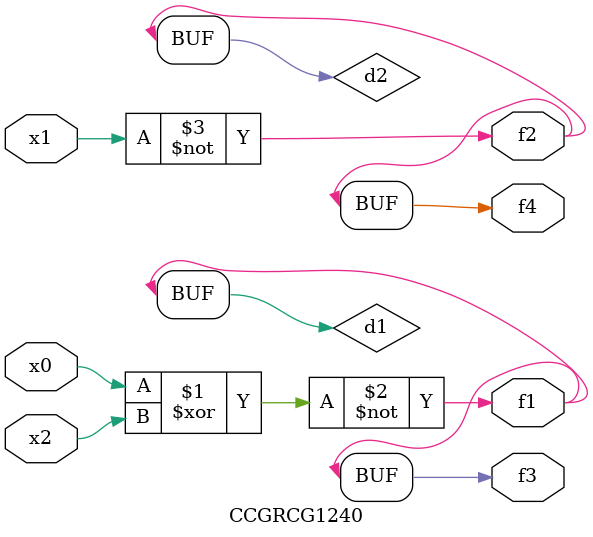
<source format=v>
module CCGRCG1240(
	input x0, x1, x2,
	output f1, f2, f3, f4
);

	wire d1, d2, d3;

	xnor (d1, x0, x2);
	nand (d2, x1);
	nor (d3, x1, x2);
	assign f1 = d1;
	assign f2 = d2;
	assign f3 = d1;
	assign f4 = d2;
endmodule

</source>
